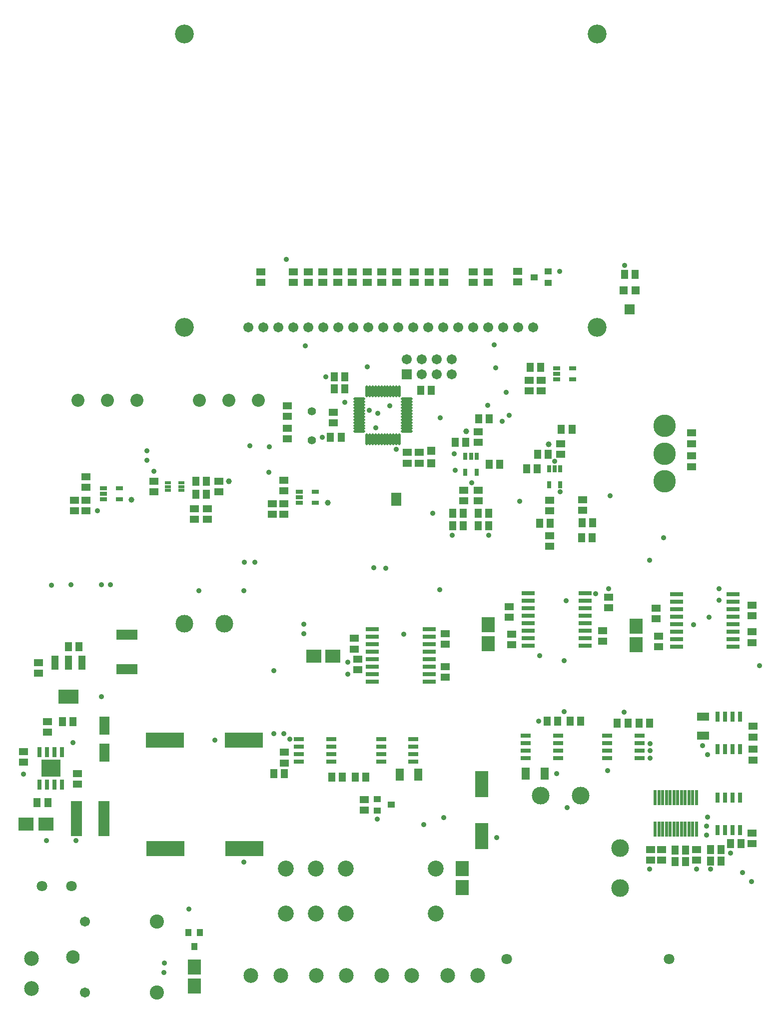
<source format=gts>
G04 Layer_Color=8388736*
%FSLAX43Y43*%
%MOMM*%
G71*
G01*
G75*
%ADD79R,0.603X2.503*%
%ADD80R,0.803X1.723*%
%ADD81R,3.203X2.853*%
%ADD82R,1.203X0.803*%
%ADD83R,1.503X1.203*%
%ADD84C,1.003*%
%ADD85R,1.403X1.403*%
%ADD86R,1.803X1.703*%
%ADD87R,1.203X1.503*%
%ADD88R,1.103X0.603*%
%ADD89R,0.803X1.203*%
%ADD90R,1.723X0.803*%
%ADD91R,2.203X0.803*%
%ADD92R,2.253X4.503*%
%ADD93R,1.103X1.253*%
%ADD94R,2.303X2.503*%
%ADD95R,2.503X2.303*%
%ADD96R,1.403X2.103*%
%ADD97R,1.253X1.103*%
%ADD98R,2.103X1.403*%
%ADD99R,6.503X2.553*%
%ADD100R,1.853X5.903*%
%ADD101O,2.003X0.503*%
%ADD102O,0.503X2.003*%
%ADD103R,1.453X1.453*%
%ADD104R,1.303X2.353*%
%ADD105R,3.453X2.353*%
%ADD106R,1.703X2.203*%
%ADD107R,3.603X1.803*%
%ADD108R,1.803X3.053*%
%ADD109C,2.503*%
%ADD110C,2.703*%
%ADD111C,1.703*%
%ADD112R,1.703X1.703*%
%ADD113C,1.403*%
%ADD114C,3.003*%
%ADD115C,2.403*%
%ADD116C,2.303*%
%ADD117C,1.803*%
%ADD118C,3.203*%
%ADD119C,2.203*%
%ADD120C,3.803*%
%ADD121C,0.903*%
D79*
X142888Y104554D02*
D03*
X142253D02*
D03*
X141618D02*
D03*
X140983D02*
D03*
X140348D02*
D03*
X139713D02*
D03*
X139078D02*
D03*
X138443D02*
D03*
X137808D02*
D03*
X137173D02*
D03*
X136538D02*
D03*
X135903D02*
D03*
X142888Y99154D02*
D03*
X142253D02*
D03*
X141618D02*
D03*
X140983D02*
D03*
X140348D02*
D03*
X139713D02*
D03*
X139078D02*
D03*
X138443D02*
D03*
X137808D02*
D03*
X137173D02*
D03*
X136538D02*
D03*
X135903D02*
D03*
D80*
X31595Y106760D02*
D03*
X32865D02*
D03*
X34135D02*
D03*
X35405D02*
D03*
X31595Y112240D02*
D03*
X32865D02*
D03*
X34135D02*
D03*
X35405D02*
D03*
X146495Y112760D02*
D03*
X147765D02*
D03*
X149035D02*
D03*
X150305D02*
D03*
X146495Y118240D02*
D03*
X147765D02*
D03*
X149035D02*
D03*
X150305D02*
D03*
X146495Y99060D02*
D03*
X147765D02*
D03*
X149035D02*
D03*
X150305D02*
D03*
X146495Y104540D02*
D03*
X147765D02*
D03*
X149035D02*
D03*
X150305D02*
D03*
D81*
X33500Y109500D02*
D03*
D82*
X121950Y177250D02*
D03*
Y175350D02*
D03*
X119250Y176300D02*
D03*
Y177250D02*
D03*
Y175350D02*
D03*
X78350Y156350D02*
D03*
Y154450D02*
D03*
X75650Y155400D02*
D03*
Y156350D02*
D03*
Y154450D02*
D03*
X45150Y156950D02*
D03*
Y155050D02*
D03*
X42450Y156000D02*
D03*
Y156950D02*
D03*
Y155050D02*
D03*
D83*
X73000Y156500D02*
D03*
Y158300D02*
D03*
X39500Y157100D02*
D03*
Y158900D02*
D03*
X62000Y156300D02*
D03*
Y158100D02*
D03*
X51000Y156300D02*
D03*
Y158100D02*
D03*
X57800Y151700D02*
D03*
Y153500D02*
D03*
X60000D02*
D03*
Y151700D02*
D03*
X73600Y167100D02*
D03*
Y165300D02*
D03*
Y169100D02*
D03*
Y170900D02*
D03*
X137000Y95700D02*
D03*
Y93900D02*
D03*
X73100Y110400D02*
D03*
Y112200D02*
D03*
X84900Y129700D02*
D03*
Y131500D02*
D03*
X85500Y126200D02*
D03*
Y128000D02*
D03*
X100300Y130500D02*
D03*
Y132300D02*
D03*
Y126700D02*
D03*
Y124900D02*
D03*
X111200Y135100D02*
D03*
Y136900D02*
D03*
X127000Y132800D02*
D03*
Y131000D02*
D03*
X128000Y136700D02*
D03*
Y138500D02*
D03*
X111600Y130400D02*
D03*
Y132200D02*
D03*
X152500Y114800D02*
D03*
Y116600D02*
D03*
Y112700D02*
D03*
Y110900D02*
D03*
X152300Y96700D02*
D03*
Y98500D02*
D03*
X152300Y132600D02*
D03*
Y130800D02*
D03*
X152300Y135300D02*
D03*
Y137100D02*
D03*
X136100Y134800D02*
D03*
Y136600D02*
D03*
X136500Y130100D02*
D03*
Y131900D02*
D03*
X86600Y104200D02*
D03*
Y102400D02*
D03*
X135100Y95700D02*
D03*
Y93900D02*
D03*
X142900Y95700D02*
D03*
Y93900D02*
D03*
X38000Y106800D02*
D03*
Y108600D02*
D03*
X28900Y110500D02*
D03*
Y112300D02*
D03*
X32900Y115600D02*
D03*
Y117400D02*
D03*
X31400Y125600D02*
D03*
Y127400D02*
D03*
X103500Y154800D02*
D03*
Y156600D02*
D03*
X105900Y154800D02*
D03*
Y156600D02*
D03*
Y164700D02*
D03*
Y166500D02*
D03*
X118000Y147100D02*
D03*
Y148900D02*
D03*
X118000Y153100D02*
D03*
Y154900D02*
D03*
X123600Y153200D02*
D03*
Y155000D02*
D03*
X119900Y162700D02*
D03*
Y164500D02*
D03*
X116600Y173400D02*
D03*
Y175200D02*
D03*
X114600D02*
D03*
Y173400D02*
D03*
X73000Y152500D02*
D03*
Y154300D02*
D03*
X71000D02*
D03*
Y152500D02*
D03*
X39500Y153100D02*
D03*
Y154900D02*
D03*
X37500D02*
D03*
Y153100D02*
D03*
X74600Y191800D02*
D03*
Y193600D02*
D03*
X82100Y191800D02*
D03*
Y193600D02*
D03*
X84600Y191800D02*
D03*
Y193600D02*
D03*
X87100Y191800D02*
D03*
Y193600D02*
D03*
X89600Y191800D02*
D03*
Y193600D02*
D03*
X92100Y191800D02*
D03*
Y193600D02*
D03*
X77100Y191800D02*
D03*
Y193600D02*
D03*
X79600Y191800D02*
D03*
Y193600D02*
D03*
X95100Y191800D02*
D03*
Y193600D02*
D03*
X97600Y191800D02*
D03*
Y193600D02*
D03*
X100100Y191800D02*
D03*
Y193600D02*
D03*
X69100Y193600D02*
D03*
Y191800D02*
D03*
X107600Y191800D02*
D03*
Y193600D02*
D03*
X105100Y191800D02*
D03*
Y193600D02*
D03*
X112600Y191900D02*
D03*
Y193700D02*
D03*
X93900Y163000D02*
D03*
Y161200D02*
D03*
X95900Y163000D02*
D03*
Y161200D02*
D03*
X81400Y169800D02*
D03*
Y168000D02*
D03*
X142100Y160600D02*
D03*
Y162400D02*
D03*
Y164500D02*
D03*
Y166300D02*
D03*
D84*
X63700Y158100D02*
D03*
X117900Y164400D02*
D03*
X103900Y166600D02*
D03*
X80450Y154450D02*
D03*
X47200Y155000D02*
D03*
D85*
X132600Y190500D02*
D03*
X130600D02*
D03*
D86*
X131600Y187250D02*
D03*
D87*
X83300Y173800D02*
D03*
X81500D02*
D03*
X58100Y158100D02*
D03*
X59900D02*
D03*
Y155900D02*
D03*
X58100D02*
D03*
X116500Y177400D02*
D03*
X114700D02*
D03*
X102000Y164700D02*
D03*
X103800D02*
D03*
X116000Y162700D02*
D03*
X117800D02*
D03*
X85100Y108000D02*
D03*
X86900D02*
D03*
X81100D02*
D03*
X82900D02*
D03*
X73100Y108600D02*
D03*
X71300D02*
D03*
X119400Y117500D02*
D03*
X117600D02*
D03*
X121500D02*
D03*
X123300D02*
D03*
X131300Y117100D02*
D03*
X129500D02*
D03*
X133200D02*
D03*
X135000D02*
D03*
X150500Y96700D02*
D03*
X148700D02*
D03*
X139300Y93700D02*
D03*
X141100D02*
D03*
Y95600D02*
D03*
X139300D02*
D03*
X31200Y103700D02*
D03*
X33000D02*
D03*
X35500Y117400D02*
D03*
X37300D02*
D03*
X38300Y130100D02*
D03*
X36500D02*
D03*
X101600Y150600D02*
D03*
X103400D02*
D03*
X103400Y152700D02*
D03*
X101600D02*
D03*
X107700Y150600D02*
D03*
X105900D02*
D03*
X105900Y152700D02*
D03*
X107700D02*
D03*
X109600Y161000D02*
D03*
X107800D02*
D03*
X106000Y168700D02*
D03*
X107800D02*
D03*
X118100Y151000D02*
D03*
X116300D02*
D03*
X125258Y148539D02*
D03*
X123458D02*
D03*
X123500Y151100D02*
D03*
X125300D02*
D03*
X114100Y160200D02*
D03*
X115900D02*
D03*
X120000Y166900D02*
D03*
X121800D02*
D03*
X96200Y173500D02*
D03*
X98000D02*
D03*
X82700Y165600D02*
D03*
X80900D02*
D03*
X83300Y175800D02*
D03*
X81500D02*
D03*
X145300Y93800D02*
D03*
X147100D02*
D03*
Y95700D02*
D03*
X145300D02*
D03*
X132500Y193200D02*
D03*
X130700D02*
D03*
D88*
X55625Y157850D02*
D03*
Y157200D02*
D03*
Y156550D02*
D03*
X53375D02*
D03*
Y157200D02*
D03*
Y157850D02*
D03*
D89*
X119850Y157550D02*
D03*
X117950D02*
D03*
X118900Y160250D02*
D03*
X119850D02*
D03*
X117950D02*
D03*
X105650Y159650D02*
D03*
X103750D02*
D03*
X104700Y162350D02*
D03*
X105650D02*
D03*
X103750D02*
D03*
D90*
X119440Y111195D02*
D03*
Y112465D02*
D03*
Y113735D02*
D03*
Y115005D02*
D03*
X113960Y111195D02*
D03*
Y112465D02*
D03*
Y113735D02*
D03*
Y115005D02*
D03*
X89460Y114405D02*
D03*
Y113135D02*
D03*
Y111865D02*
D03*
Y110595D02*
D03*
X94940Y114405D02*
D03*
Y113135D02*
D03*
Y111865D02*
D03*
Y110595D02*
D03*
X75560Y114405D02*
D03*
Y113135D02*
D03*
Y111865D02*
D03*
Y110595D02*
D03*
X81040Y114405D02*
D03*
Y113135D02*
D03*
Y111865D02*
D03*
Y110595D02*
D03*
X133240Y111195D02*
D03*
Y112465D02*
D03*
Y113735D02*
D03*
Y115005D02*
D03*
X127760Y111195D02*
D03*
Y112465D02*
D03*
Y113735D02*
D03*
Y115005D02*
D03*
D91*
X149100Y130055D02*
D03*
Y131325D02*
D03*
Y132595D02*
D03*
Y133865D02*
D03*
Y135135D02*
D03*
Y136405D02*
D03*
Y137675D02*
D03*
Y138945D02*
D03*
X139500Y130055D02*
D03*
Y131325D02*
D03*
Y132595D02*
D03*
Y133865D02*
D03*
Y135135D02*
D03*
Y136405D02*
D03*
Y137675D02*
D03*
Y138945D02*
D03*
X97600Y124155D02*
D03*
Y125425D02*
D03*
Y126695D02*
D03*
Y127965D02*
D03*
Y129235D02*
D03*
Y130505D02*
D03*
Y131775D02*
D03*
Y133045D02*
D03*
X88000Y124155D02*
D03*
Y125425D02*
D03*
Y126695D02*
D03*
Y127965D02*
D03*
Y129235D02*
D03*
Y130505D02*
D03*
Y131775D02*
D03*
Y133045D02*
D03*
X124000Y130255D02*
D03*
Y131525D02*
D03*
Y132795D02*
D03*
Y134065D02*
D03*
Y135335D02*
D03*
Y136605D02*
D03*
Y137875D02*
D03*
Y139145D02*
D03*
X114400Y130255D02*
D03*
Y131525D02*
D03*
Y132795D02*
D03*
Y134065D02*
D03*
Y135335D02*
D03*
Y136605D02*
D03*
Y137875D02*
D03*
Y139145D02*
D03*
D92*
X106500Y97975D02*
D03*
Y106825D02*
D03*
D93*
X57800Y79325D02*
D03*
X56850Y81675D02*
D03*
X58750D02*
D03*
D94*
X57800Y72600D02*
D03*
Y75800D02*
D03*
X107600Y133800D02*
D03*
Y130600D02*
D03*
X132700Y133600D02*
D03*
Y130400D02*
D03*
X103200Y92500D02*
D03*
Y89300D02*
D03*
D95*
X78100Y128500D02*
D03*
X81300D02*
D03*
X29300Y100000D02*
D03*
X32700D02*
D03*
D96*
X114000Y108600D02*
D03*
X117200D02*
D03*
X95800Y108400D02*
D03*
X92600D02*
D03*
D97*
X91175Y103300D02*
D03*
X88825Y102350D02*
D03*
Y104250D02*
D03*
X115425Y192700D02*
D03*
X117775Y193650D02*
D03*
Y191750D02*
D03*
D98*
X144000Y118200D02*
D03*
Y115000D02*
D03*
D99*
X66300Y95900D02*
D03*
X52900D02*
D03*
X66200Y114300D02*
D03*
X52800D02*
D03*
D100*
X37850Y101000D02*
D03*
X42550D02*
D03*
D101*
X85750Y172050D02*
D03*
Y171550D02*
D03*
Y171050D02*
D03*
Y170550D02*
D03*
Y170050D02*
D03*
Y169550D02*
D03*
Y169050D02*
D03*
Y168550D02*
D03*
Y168050D02*
D03*
Y167550D02*
D03*
Y167050D02*
D03*
Y166550D02*
D03*
X93850D02*
D03*
Y167050D02*
D03*
Y167550D02*
D03*
Y168050D02*
D03*
Y168550D02*
D03*
Y169050D02*
D03*
Y169550D02*
D03*
Y170050D02*
D03*
Y170550D02*
D03*
Y171050D02*
D03*
Y171550D02*
D03*
Y172050D02*
D03*
D102*
X87050Y165250D02*
D03*
X87550D02*
D03*
X88050D02*
D03*
X88550D02*
D03*
X89050D02*
D03*
X89550D02*
D03*
X90050D02*
D03*
X90550D02*
D03*
X91050D02*
D03*
X91550D02*
D03*
X92050D02*
D03*
X92550D02*
D03*
Y173350D02*
D03*
X92050D02*
D03*
X91550D02*
D03*
X91050D02*
D03*
X90550D02*
D03*
X90050D02*
D03*
X89550D02*
D03*
X89050D02*
D03*
X88550D02*
D03*
X88050D02*
D03*
X87550D02*
D03*
X87050D02*
D03*
D103*
X98000Y161150D02*
D03*
Y163250D02*
D03*
D104*
X38800Y127400D02*
D03*
X36500D02*
D03*
X34200D02*
D03*
D105*
X36500Y121600D02*
D03*
D106*
X92000Y155100D02*
D03*
D107*
X46400Y132125D02*
D03*
Y126275D02*
D03*
D108*
X42600Y112100D02*
D03*
Y116700D02*
D03*
D109*
X30200Y72200D02*
D03*
Y77280D02*
D03*
X72500Y74400D02*
D03*
X67420D02*
D03*
X83600D02*
D03*
X78520D02*
D03*
X94700D02*
D03*
X89620D02*
D03*
X105800D02*
D03*
X100720D02*
D03*
D110*
X33500Y109500D02*
D03*
X98740Y84900D02*
D03*
Y92500D02*
D03*
X83500Y84900D02*
D03*
Y92500D02*
D03*
X78420Y84900D02*
D03*
Y92500D02*
D03*
X73340Y84900D02*
D03*
Y92500D02*
D03*
D111*
X101420Y178740D02*
D03*
Y176200D02*
D03*
X98880Y178740D02*
D03*
Y176200D02*
D03*
X96340Y178740D02*
D03*
Y176200D02*
D03*
X93800Y178740D02*
D03*
X39300Y83500D02*
D03*
Y71500D02*
D03*
X66970Y184200D02*
D03*
X69510D02*
D03*
X72050D02*
D03*
X74590D02*
D03*
X77130D02*
D03*
X79670D02*
D03*
X82210D02*
D03*
X84750D02*
D03*
X87290D02*
D03*
X89830D02*
D03*
X94910D02*
D03*
X97450D02*
D03*
X99990D02*
D03*
X102530D02*
D03*
X105070D02*
D03*
X107610D02*
D03*
X110150D02*
D03*
X112690D02*
D03*
X115230D02*
D03*
X92370D02*
D03*
D112*
X93800Y176200D02*
D03*
D113*
X77700Y169940D02*
D03*
Y165060D02*
D03*
D114*
X130000Y96000D02*
D03*
Y89200D02*
D03*
X62900Y134000D02*
D03*
X56100D02*
D03*
X123300Y104900D02*
D03*
X116500D02*
D03*
D115*
X51500Y71500D02*
D03*
Y83500D02*
D03*
D116*
X37300Y77500D02*
D03*
D117*
X110750Y77200D02*
D03*
X138250D02*
D03*
X37000Y89500D02*
D03*
X32000D02*
D03*
D118*
X126100Y184200D02*
D03*
X56100D02*
D03*
Y233900D02*
D03*
X126100D02*
D03*
D119*
X48100Y171800D02*
D03*
X43100D02*
D03*
X38100D02*
D03*
X68700D02*
D03*
X63700D02*
D03*
X58700D02*
D03*
D120*
X137500Y158100D02*
D03*
Y162800D02*
D03*
Y167500D02*
D03*
D121*
X130683Y118999D02*
D03*
X73406Y195732D02*
D03*
X88544Y167183D02*
D03*
X88189Y143434D02*
D03*
X99441Y139751D02*
D03*
X99466Y168834D02*
D03*
X148700Y95100D02*
D03*
X118900Y161496D02*
D03*
X70485Y159639D02*
D03*
X127889Y109093D02*
D03*
X66243Y93624D02*
D03*
X52730Y76505D02*
D03*
X52705Y74930D02*
D03*
X102000Y160000D02*
D03*
X108600Y181200D02*
D03*
X76600Y181100D02*
D03*
X108900Y177300D02*
D03*
X104800Y157900D02*
D03*
X119800Y156300D02*
D03*
X49800Y161700D02*
D03*
Y163300D02*
D03*
X67200Y164100D02*
D03*
X70500Y164000D02*
D03*
X37800Y97200D02*
D03*
X71300Y115400D02*
D03*
Y126000D02*
D03*
X116200Y117500D02*
D03*
X116300Y128600D02*
D03*
X146700Y138000D02*
D03*
Y139900D02*
D03*
X90300Y143400D02*
D03*
X68100Y144400D02*
D03*
X66300D02*
D03*
X32800Y97200D02*
D03*
X107700Y149000D02*
D03*
X101500D02*
D03*
X87500Y170100D02*
D03*
X93300Y132200D02*
D03*
X120800Y137900D02*
D03*
X83300Y171500D02*
D03*
X145000Y135100D02*
D03*
X33600Y140500D02*
D03*
X36900Y140600D02*
D03*
X42100D02*
D03*
X43600D02*
D03*
X58600Y139600D02*
D03*
X66200D02*
D03*
X76400Y133900D02*
D03*
Y132300D02*
D03*
X152200Y90300D02*
D03*
X150700Y91800D02*
D03*
X41400Y153100D02*
D03*
X51000Y159800D02*
D03*
X80100Y175800D02*
D03*
X79500Y165600D02*
D03*
X87100Y177500D02*
D03*
X92000Y163500D02*
D03*
X98200Y152700D02*
D03*
X101900Y162800D02*
D03*
X128000Y139900D02*
D03*
X119200Y108600D02*
D03*
X135077Y111201D02*
D03*
X142900Y92400D02*
D03*
X145300D02*
D03*
X74000Y114400D02*
D03*
X73000Y115400D02*
D03*
X61300Y114300D02*
D03*
X37300Y113800D02*
D03*
X42100Y121600D02*
D03*
X28900Y108500D02*
D03*
X56900Y85600D02*
D03*
X144600Y98200D02*
D03*
X144800Y101200D02*
D03*
X144600Y99700D02*
D03*
X130700Y194700D02*
D03*
X119700Y193700D02*
D03*
X88800Y100900D02*
D03*
X83800Y127500D02*
D03*
Y125400D02*
D03*
X120500Y127700D02*
D03*
Y119100D02*
D03*
X125800Y139100D02*
D03*
X88900Y169600D02*
D03*
X90900Y170900D02*
D03*
X110000Y168300D02*
D03*
X111200Y169300D02*
D03*
X110700Y173200D02*
D03*
X107500Y171000D02*
D03*
X135000Y92400D02*
D03*
X142392Y133858D02*
D03*
X96672Y99949D02*
D03*
X100070Y101168D02*
D03*
X109042Y97765D02*
D03*
X121006Y102794D02*
D03*
X135052Y113690D02*
D03*
X135065Y112471D02*
D03*
X144805Y111836D02*
D03*
X143963Y113288D02*
D03*
X128270Y155677D02*
D03*
X112928Y154737D02*
D03*
X135001Y144780D02*
D03*
X137363Y148539D02*
D03*
X153620Y126848D02*
D03*
M02*

</source>
